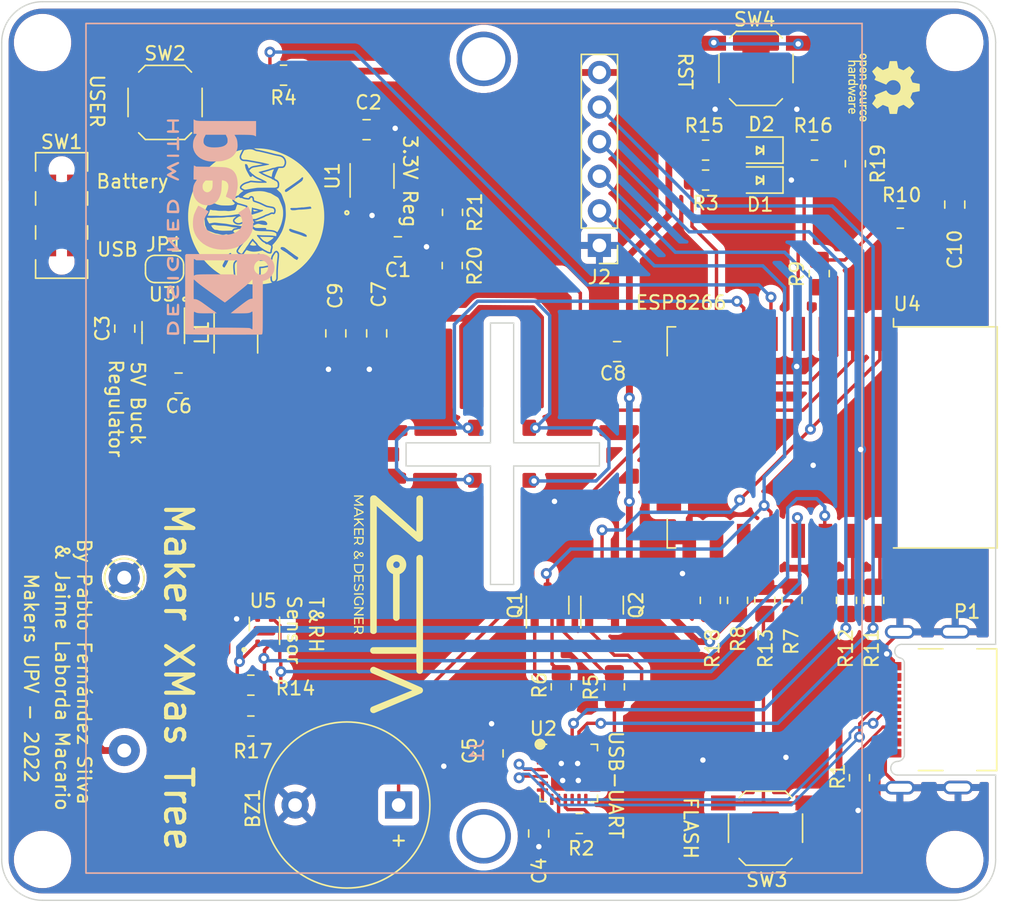
<source format=kicad_pcb>
(kicad_pcb (version 20211014) (generator pcbnew)
  (title_block (comment 4 "AISLER Project ID: BJDXCVPM"))
  (layers (0 "F.Cu" signal) (31 "B.Cu" signal) (34 "B.Paste" user) (35 "F.Paste" user) (36 "B.SilkS" user "B.Silkscreen") (37 "F.SilkS" user "F.Silkscreen") (38 "B.Mask" user) (39 "F.Mask" user) (44 "Edge.Cuts" user))
  (net 0 "")
  (net 1 "+5V")
  (net 2 "GND")
  (net 3 "+3.3V")
  (net 4 "VCC")
  (net 5 "Net-(C4-Pad1)")
  (net 6 "Net-(C6-Pad2)")
  (net 7 "/nRST")
  (net 8 "/GPIO16")
  (net 9 "Net-(D1-Pad2)")
  (net 10 "Net-(P1-PadA5)")
  (net 11 "/D+")
  (net 12 "/D-")
  (net 14 "Net-(Q1-Pad1)")
  (net 15 "Net-(Q1-Pad2)")
  (net 16 "/GPIO0")
  (net 17 "Net-(Q2-Pad1)")
  (net 18 "Net-(Q2-Pad2)")
  (net 19 "Net-(R2-Pad1)")
  (net 20 "Net-(R11-Pad1)")
  (net 21 "/RX")
  (net 22 "Net-(R13-Pad1)")
  (net 23 "/TX")
  (net 24 "/GPIO2")
  (net 25 "/EN")
  (net 26 "Net-(R16-Pad1)")
  (net 27 "Net-(R12-Pad1)")
  (net 28 "/GPIO15")
  (net 29 "/SCL")
  (net 30 "/SDA")
  (net 31 "/DIN")
  (net 33 "/USER_BUTTON")
  (net 34 "Net-(D2-Pad2)")
  (net 48 "/BUZZER")
  (net 53 "Net-(J1-Pad2)")
  (net 54 "VBUS")
  (net 55 "/LED")
  (net 56 "/VBATT")
  (net 57 "Net-(C6-Pad1)")
  (footprint "Capacitor_SMD:C_0805_2012Metric" (layer "F.Cu") (at 132.54 86.36 -90)
    (fp_text reference "C7")
    (fp_text value "10uF")
  )
  (footprint "Resistor_SMD:R_0805_2012Metric_Pad1.20x1.40mm_HandSolder" (layer "F.Cu") (at 138.11 77.47 -90)
    (fp_text reference "R21")
    (fp_text value "10K")
  )
  (footprint "Capacitor_SMD:C_0805_2012Metric" (layer "F.Cu") (at 144.44 123.09 -90)
    (fp_text reference "C4")
    (fp_text value "100nF")
  )
  (footprint "MountingHole:MountingHole_3.2mm_M3_ISO7380" (layer "F.Cu") (at 175 125)
    (fp_text reference "MH3" hide)
    (fp_text value "MountingHole")
  )
  (footprint "LOGO" (layer "F.Cu") (at 133.4 106.25 -90)
    (fp_text reference "G***" hide)
    (fp_text value "LOGO" hide)
  )
  (footprint "LED_SMD:LED_0805_2012Metric" (layer "F.Cu") (at 160.7 72.9 180)
    (fp_text reference "D2")
    (fp_text value "LED_RED")
  )
  (footprint "Capacitor_SMD:C_0805_2012Metric" (layer "F.Cu") (at 114.04 86.01 -90)
    (fp_text reference "C3")
    (fp_text value "10uF")
  )
  (footprint "Capacitor_SMD:C_0805_2012Metric" (layer "F.Cu") (at 141.09 117.21 90)
    (fp_text reference "C5")
    (fp_text value "100nF")
  )
  (footprint "Resistor_SMD:R_0805_2012Metric_Pad1.20x1.40mm_HandSolder" (layer "F.Cu") (at 147.42 122.36 180)
    (fp_text reference "R2")
    (fp_text value "4K7")
  )
  (footprint "Resistor_SMD:R_0805_2012Metric_Pad1.20x1.40mm_HandSolder" (layer "F.Cu") (at 156.7 72.9 180)
    (fp_text reference "R15")
    (fp_text value "330R")
  )
  (footprint "LED_SMD:LED_0805_2012Metric" (layer "F.Cu") (at 160.7 75.1 180)
    (fp_text reference "D1")
    (fp_text value "LED_GREEN")
  )
  (footprint "Capacitor_SMD:C_0805_2012Metric" (layer "F.Cu") (at 129.54 86.36 -90)
    (fp_text reference "C9")
    (fp_text value "10uF")
  )
  (footprint "Resistor_SMD:R_0805_2012Metric_Pad1.20x1.40mm_HandSolder" (layer "F.Cu") (at 168 119 -90)
    (fp_text reference "R1")
    (fp_text value "4K7")
  )
  (footprint "Resistor_SMD:R_0805_2012Metric_Pad1.20x1.40mm_HandSolder" (layer "F.Cu") (at 159.046 105.97 90)
    (fp_text reference "R8")
    (fp_text value "10K")
  )
  (footprint "Library:SW_DPDT_CK_JS202011JCQN" (layer "F.Cu") (at 109.4 77.7 90)
    (fp_text reference "SW1")
    (fp_text value "SW_DPDT_x2")
  )
  (footprint "Jumper:SolderJumper-2_P1.3mm_Open_RoundedPad1.0x1.5mm" (layer "F.Cu") (at 116.96 81.63)
    (fp_text reference "JP1")
    (fp_text value "SolderJumper_2_Open")
  )
  (footprint "Package_TO_SOT_SMD:SOT-23" (layer "F.Cu") (at 145.096 106.32 90)
    (fp_text reference "Q1")
    (fp_text value "S8050")
  )
  (footprint "Inductor_SMD:L_Taiyo-Yuden_MD-3030" (layer "F.Cu") (at 122.2 86.3 90)
    (fp_text reference "L1")
    (fp_text value "4.7uH")
  )
  (footprint "Capacitor_SMD:C_0805_2012Metric" (layer "F.Cu") (at 134.1 80)
    (fp_text reference "C1")
    (fp_text value "10uF")
  )
  (footprint "Resistor_SMD:R_0805_2012Metric_Pad1.20x1.40mm_HandSolder" (layer "F.Cu") (at 123.3 112.2 180)
    (fp_text reference "R14")
    (fp_text value "10K")
  )
  (footprint "MountingHole:MountingHole_3.2mm_M3_ISO7380" (layer "F.Cu") (at 175 65)
    (fp_text reference "MH2" hide)
    (fp_text value "MountingHole")
  )
  (footprint "Resistor_SMD:R_0805_2012Metric_Pad1.20x1.40mm_HandSolder" (layer "F.Cu") (at 157.046 105.97 90)
    (fp_text reference "R18")
    (fp_text value "10K")
  )
  (footprint "Resistor_SMD:R_0805_2012Metric_Pad1.20x1.40mm_HandSolder" (layer "F.Cu") (at 171 77.9)
    (fp_text reference "R10")
    (fp_text value "10K")
  )
  (footprint "Resistor_SMD:R_0805_2012Metric_Pad1.20x1.40mm_HandSolder" (layer "F.Cu") (at 163.046 105.97 90)
    (fp_text reference "R7")
    (fp_text value "10K")
  )
  (footprint "Resistor_SMD:R_0805_2012Metric_Pad1.20x1.40mm_HandSolder" (layer "F.Cu") (at 164.7 72.9 180)
    (fp_text reference "R16")
    (fp_text value "330R")
  )
  (footprint "Resistor_SMD:R_0805_2012Metric_Pad1.20x1.40mm_HandSolder" (layer "F.Cu") (at 146.096 112.32 -90)
    (fp_text reference "R6")
    (fp_text value "10K")
  )
  (footprint "Resistor_SMD:R_0805_2012Metric_Pad1.20x1.40mm_HandSolder" (layer "F.Cu") (at 156.7 75.1 180)
    (fp_text reference "R3")
    (fp_text value "330R")
  )
  (footprint "Resistor_SMD:R_0805_2012Metric_Pad1.20x1.40mm_HandSolder" (layer "F.Cu") (at 138.09 81.38 -90)
    (fp_text reference "R20")
    (fp_text value "1K")
  )
  (footprint "LOGO" (layer "F.Cu") (at 169.8 68.3 -90)
    (fp_text reference "G***" hide)
    (fp_text value "LOGO" hide)
  )
  (footprint "Resistor_SMD:R_0805_2012Metric_Pad1.20x1.40mm_HandSolder" (layer "F.Cu") (at 161.046 105.97 90)
    (fp_text reference "R13")
    (fp_text value "330R")
  )
  (footprint "Sensor_Humidity:Sensirion_DFN-4-1EP_2x2mm_P1mm_EP0.7x1.6mm" (layer "F.Cu") (at 124.3 108.2 90)
    (fp_text reference "U5")
    (fp_text value "SHTC1")
  )
  (footprint "RF_Module:ESP-12E" (layer "F.Cu") (at 166 94 -90)
    (fp_text reference "U4")
    (fp_text value "ESP-12F")
  )
  (footprint "Capacitor_SMD:C_0805_2012Metric" (layer "F.Cu") (at 175 76.9 90)
    (fp_text reference "C10")
    (fp_text value "470pF")
  )
  (footprint "Package_TO_SOT_SMD:SOT-23-5_HandSoldering" (layer "F.Cu") (at 132.2 74.8 90)
    (fp_text reference "U1")
    (fp_text value "NCP115AMX120TCG")
  )
  (footprint "LOGO" (layer "F.Cu") (at 123.69 77.77 -90)
    (fp_text reference "G***" hide)
    (fp_text value "LOGO" hide)
  )
  (footprint "Resistor_SMD:R_0805_2012Metric_Pad1.20x1.40mm_HandSolder" (layer "F.Cu") (at 169.046 105.97 -90)
    (fp_text reference "R11")
    (fp_text value "330R")
  )
  (footprint "Package_DFN_QFN:QFN-24-1EP_4x4mm_P0.5mm_EP2.6x2.6mm" (layer "F.Cu") (at 146.65 118.65)
    (fp_text reference "U2")
    (fp_text value "CP2102N-Axx-xQFN24")
  )
  (footprint "Resistor_SMD:R_0805_2012Metric_Pad1.20x1.40mm_HandSolder" (layer "F.Cu") (at 125.7 67.4 180)
    (fp_text reference "R4")
    (fp_text value "10K")
  )
  (footprint "Resistor_SMD:R_0805_2012Metric_Pad1.20x1.40mm_HandSolder" (layer "F.Cu") (at 123.3 115.2 180)
    (fp_text reference "R17")
    (fp_text value "10K")
  )
  (footprint "Library:USB C Molex" (layer "F.Cu") (at 173 114 90)
    (fp_text reference "P1")
    (fp_text value "USB_C_Plug_USB2.0")
  )
  (footprint "MountingHole:MountingHole_3.2mm_M3_ISO7380" (layer "F.Cu") (at 108 65)
    (fp_text reference "MH4" hide)
    (fp_text value "MountingHole")
  )
  (footprint "Button_Switch_SMD:SW_SPST_SKQG_WithoutStem" (layer "F.Cu") (at 117 69.4)
    (fp_text reference "SW2")
    (fp_text value "SW_Push")
  )
  (footprint "Buzzer_Beeper:Buzzer_12x9.5RM7.6" (layer "F.Cu") (at 134.15 121 180)
    (fp_text reference "BZ1")
    (fp_text value "Buzzer")
  )
  (footprint "Capacitor_SMD:C_0805_2012Metric" (layer "F.Cu") (at 150.2 87.7)
    (fp_text reference "C8")
    (fp_text value "10uF")
  )
  (footprint "Resistor_SMD:R_0805_2012Metric_Pad1.20x1.40mm_HandSolder" (layer "F.Cu") (at 165.046 81.97 -90)
    (fp_text reference "R9")
    (fp_text value "10K")
  )
  (footprint "Connector_PinHeader_2.54mm:PinHeader_1x06_P2.54mm_Vertical" (layer "F.Cu") (at 148.9 79.9 180)
    (fp_text reference "J2")
    (fp_text value "Header 1x06 2.54mm")
  )
  (footprint "Button_Switch_SMD:SW_SPST_SKQG_WithoutStem" (layer "F.Cu") (at 161.1 122.7)
    (fp_text reference "SW3")
    (fp_text value "SW_Push")
  )
  (footprint "Resistor_SMD:R_0805_2012Metric_Pad1.20x1.40mm_HandSolder" (layer "F.Cu") (at 167.7 73.9 -90)
    (fp_text reference "R19")
    (fp_text value "330R")
  )
  (footprint "Resistor_SMD:R_0805_2012Metric_Pad1.20x1.40mm_HandSolder" (layer "F.Cu") (at 167.046 105.97 -90)
    (fp_text reference "R12")
    (fp_text value "330R")
  )
  (footprint "MountingHole:MountingHole_3.2mm_M3_ISO7380" (layer "F.Cu") (at 108 125)
    (fp_text reference "MH1" hide)
    (fp_text value "MountingHole")
  )
  (footprint "Capacitor_SMD:C_0805_2012Metric" (layer "F.Cu") (at 117.99 90.01)
    (fp_text reference "C6")
    (fp_text value "100nF")
  )
  (footprint "Package_TO_SOT_SMD:TSOT-23-6" (layer "F.Cu") (at 116.866 86.3 -90)
    (fp_text reference "U3")
    (fp_text value "AP63205WU")
  )
  (footprint "Capacitor_SMD:C_0805_2012Metric" (layer "F.Cu") (at 131.8 71.4)
    (fp_text reference "C2")
    (fp_text value "10uF")
  )
  (footprint "Resistor_SMD:R_0805_2012Metric_Pad1.20x1.40mm_HandSolder" (layer "F.Cu") (at 150 112.32 -90)
    (fp_text reference "R5")
    (fp_text value "10K")
  )
  (footprint "Button_Switch_SMD:SW_SPST_SKQG_WithoutStem" (layer "F.Cu") (at 160.4 66.9)
    (fp_text reference "SW4")
    (fp_text value "SW_Push")
  )
  (footprint "Package_TO_SOT_SMD:SOT-23" (layer "F.Cu") (at 149.096 106.32 90)
    (fp_text reference "Q2")
    (fp_text value "S8050")
  )
  (footprint "LOGO" (layer "B.Cu") (at 121.04 78.68 90)
    (fp_text reference "G***" hide)
    (fp_text value "LOGO" hide)
  )
  (footprint "Library:Battery" (layer "B.Cu") (at 140.4 117 -90)
    (fp_text reference "J1")
    (fp_text value "Battery")
  )
  (gr_circle (center 144.54 116.54) (end 144.65 116.7) (layer "F.SilkS") (width 0.15) (fill none))
  (gr_line (start 160.45 73.2) (end 160.95 72.9) (layer "F.SilkS") (width 0.15))
  (gr_circle (center 114 104.346556) (end 115.3 104.996556) (layer "F.SilkS") (width 0.15) (fill none))
  (gr_circle (center 118.45 83.85) (end 118.5 83.85) (layer "F.SilkS") (width 0.15) (fill none))
  (gr_circle (center 122.8 109.6) (end 122.85 109.6) (layer "F.SilkS") (width 0.15) (fill none))
  (gr_circle (center 144.54 116.54) (end 144.6 116.6) (layer "F.SilkS") (width 0.15) (fill none))
  (gr_line (start 160.95 75.1) (end 160.45 74.85) (layer "F.SilkS") (width 0.15))
  (gr_circle (center 130.35 77.5) (end 130.4 77.5) (layer "F.SilkS") (width 0.15) (fill none))
  (gr_line (start 160.95 74.8) (end 160.95 75.4) (layer "F.SilkS") (width 0.15))
  (gr_line (start 160.45 74.85) (end 160.45 75.4) (layer "F.SilkS") (width 0.15))
  (gr_circle (center 144.54 116.54) (end 144.75 116.8) (layer "F.SilkS") (width 0.15) (fill none))
  (gr_line (start 160.95 72.6) (end 160.95 73.2) (layer "F.SilkS") (width 0.15))
  (gr_line (start 160.45 72.65) (end 160.45 73.2) (layer "F.SilkS") (width 0.15))
  (gr_line (start 160.95 72.9) (end 160.45 72.65) (layer "F.SilkS") (width 0.15))
  (gr_line (start 160.45 75.4) (end 160.95 75.1) (layer "F.SilkS") (width 0.15))
  (gr_line (start 178 125) (end 178 118.8) (layer "Edge.Cuts") (width 0.1))
  (gr_arc (start 108 128) (mid 105.87868 127.12132) (end 105 125) (layer "Edge.Cuts") (width 0.1))
  (gr_line (start 148.9 96.1) (end 142.6 96.1) (layer "Edge.Cuts") (width 0.1))
  (gr_arc (start 175 62) (mid 177.12132 62.87868) (end 178 65) (layer "Edge.Cuts") (width 0.1))
  (gr_line (start 178 118.8) (end 170.8 118.8) (layer "Edge.Cuts") (width 0.1))
  (gr_line (start 140.9 104.8) (end 140.9 96.1) (layer "Edge.Cuts") (width 0.1))
  (gr_line (start 142.6 104.8) (end 140.9 104.8) (layer "Edge.Cuts") (width 0.1))
  (gr_line (start 140.9 96.1) (end 134.7 96.1) (layer "Edge.Cuts") (width 0.1))
  (gr_arc (start 170.8 118.8) (mid 170.3 118.3) (end 170.8 117.8) (layer "Edge.Cuts") (width 0.1))
  (gr_line (start 140.9 94.4) (end 140.9 85.6) (layer "Edge.Cuts") (width 0.1))
  (gr_line (start 142.6 85.6) (end 142.6 94.4) (layer "Edge.Cuts") (width 0.1))
  (gr_line (start 134.7 96.1) (end 134.7 94.4) (layer "Edge.Cuts") (width 0.1))
  (gr_line (start 134.7 94.4) (end 140.9 94.4) (layer "Edge.Cuts") (width 0.1))
  (gr_arc (start 105 65) (mid 105.87868 62.87868) (end 108 62) (layer "Edge.Cuts") (width 0.1))
  (gr_arc (start 171.3 117.4) (mid 171.112512 117.678141) (end 170.8 117.8) (layer "Edge.Cuts") (width 0.1))
  (gr_line (start 171.3 117.4) (end 171.3 110.6) (layer "Edge.Cuts") (width 0.1))
  (gr_line (start 142.6 96.1) (end 142.6 104.8) (layer "Edge.Cuts") (width 0.1))
  (gr_line (start 140.9 85.6) (end 142.6 85.6) (layer "Edge.Cuts") (width 0.1))
  (gr_line (start 148.9 94.4) (end 148.9 96.1) (layer "Edge.Cuts") (width 0.1))
  (gr_line (start 105 65) (end 105 125) (layer "Edge.Cuts") (width 0.1))
  (gr_line (start 108 128) (end 175 128) (layer "Edge.Cuts") (width 0.1))
  (gr_arc (start 171 110.2) (mid 170.597506 109.654751) (end 171.1 109.2) (layer "Edge.Cuts") (width 0.1))
  (gr_line (start 171.1 109.2) (end 178 109.2) (layer "Edge.Cuts") (width 0.1))
  (gr_line (start 175 62) (end 108 62) (layer "Edge.Cuts") (width 0.1))
  (gr_arc (start 178 125) (mid 177.12132 127.12132) (end 175 128) (layer "Edge.Cuts") (width 0.1))
  (gr_line (start 178 109.2) (end 178 65) (layer "Edge.Cuts") (width 0.1))
  (gr_arc (start 171 110.2) (mid 171.222893 110.34533) (end 171.3 110.6) (layer "Edge.Cuts") (width 0.1))
  (gr_line (start 142.6 94.4) (end 148.9 94.4) (layer "Edge.Cuts") (width 0.1))
  (gr_text "T&RH \nSensor" (at 127.28 108.15 270) (layer "F.SilkS") (effects (font (size 1 1))))
  (gr_text "5V Buck \nRegulator\n" (at 114.19 91.88 270) (layer "F.SilkS") (effects (font (size 1 1))))
  (gr_text "RST" (at 155.2 67.1 270) (layer "F.SilkS") (effects (font (size 1 1))))
  (gr_text "By Pablo Fernández Silva \n& Jaime Laborda Macario\n" (at 110.25 111.6 270) (layer "F.SilkS") (effects (font (size 1 1))))
  (gr_text "FLASH\n" (at 155.6 122.7 270) (layer "F.SilkS") (effects (font (size 1 1))))
  (gr_text "Battery" (at 114.6 75.2) (layer "F.SilkS") (effects (font (size 1 1))))
  (gr_text "3.3V Reg" (at 135 75.2 270) (layer "F.SilkS") (effects (font (size 1 1))))
  (gr_text "USB" (at 113.5 80.2) (layer "F.SilkS") (effects (font (size 1 1))))
  (gr_text "Makers UPV - 2022" (at 107.16 111.69 270) (layer "F.SilkS") (effects (font (size 1 1))))
  (gr_text "USB-UART" (at 150.1 119.52 270) (layer "F.SilkS") (effects (font (size 1 1))))
  (gr_text "ESP8266" (at 154.9 84.1) (layer "F.SilkS") (effects (font (size 1 1))))
  (gr_text "USER" (at 112 69.3 270) (layer "F.SilkS") (effects (font (size 1 1))))
  (gr_text "Maker XMas Tree" (at 117.98 111.61 270) (layer "F.SilkS") (effects (font (size 2 2) (thickness 0.3))))
  (segment (start 133.1 77.8) (end 133.1 79.4) (width 0.5) (layer "F.Cu") (net 1))
  (segment (start 117.816 81.836) (end 117.61 81.63) (width 0.5) (layer "F.Cu") (net 1))
  (segment (start 133.05 76.76) (end 133.1 76.81) (width 0.5) (layer "F.Cu") (net 1))
  (segment (start 117.816 85.1625) (end 117.816 81.836) (width 0.5) (layer "F.Cu") (net 1))
  (segment (start 131.1 85.2) (end 132.33 85.2) (width 0.5) (layer "F.Cu") (net 1))
  (segment (start 132.7 85.25) (end 139.7 85.25) (width 0.5) (layer "F.Cu") (net 1))
  (segment (start 132.5 80) (end 131.25 78.75) (width 0.5) (layer "F.Cu") (net 1))
  (segment (start 133.1 76.81) (end 133.1 77.8) (width 0.5) (layer "F.Cu") (net 1))
  (segment (start 132.33 85.2) (end 132.54 85.41) (width 0.5) (layer "F.Cu") (net 1))
  (segment (start 131.1 82.4) (end 131.1 85.2) (width 0.5) (layer "F.Cu") (net 1))
  (segment (start 117.816 85.1625) (end 122.1625 85.1625) (width 0.5) (layer "F.Cu") (net 1))
  (segment (start 133.15 80) (end 132.5 80) (width 0.5) (layer "F.Cu") (net 1))
  (segment (start 122.1625 85.1625) (end 122.2 85.2) (width 0.5) (layer "F.Cu") (net 1))
  (segment (start 131.25 78.75) (end 131.25 76.15) (width 0.5) (layer "F.Cu") (net 1))
  (segment (start 133.1 79.4) (end 133.05 79.45) (width 0.5) (layer "F.Cu") (net 1))
  (segment (start 131.1 82.4) (end 133.05 80.45) (width 0.5) (layer "F.Cu") (net 1))
  (segment (start 122.2 85.2) (end 131.1 85.2) (width 0.5) (layer "F.Cu") (net 1))
  (segment (start 132.54 85.41) (end 132.7 85.25) (width 0.5) (layer "F.Cu") (net 1))
  (segment (start 139.7 85.25) (end 140.2 84.75) (width 0.5) (layer "F.Cu") (net 1))
  (segment (start 169.9 118.668057) (end 170.964308 119.732365) (width 0.25) (layer "F.Cu") (net 2))
  (segment (start 170.49 110.39) (end 170 109.9) (width 0.25) (layer "F.Cu") (net 2))
  (segment (start 170.49 110.8) (end 170.49 110.39) (width 0.25) (layer "F.Cu") (net 2))
  (segment (start 170 109.9) (end 170 109.249308) (width 0.25) (layer "F.Cu") (net 2))
  (segment (start 145.9 117.9) (end 144.7125 117.9) (width 0.25) (layer "F.Cu") (net 2))
  (segment (start 122.3085 107.275) (end 123.8 107.275) (width 0.25) (layer "F.Cu") (net 2))
  (segment (start 122.254 107.3295) (end 122.3085 107.275) (width 0.25) (layer "F.Cu") (net 2))
  (segment (start 170.1 117.2) (end 169.9 117.4) (width 0.25) (layer "F.Cu") (net 2))
  (segment (start 170 109.249308) (end 170.964308 108.285) (width 0.25) (layer "F.Cu") (net 2))
  (segment (start 146.65 118.65) (end 145.9 117.9) (width 0.25) (layer "F.Cu") (net 2))
  (segment (start 170.49 117.2) (end 170.1 117.2) (width 0.25) (layer "F.Cu") (net 2))
  (segment (start 132.2 77.7) (end 132.2 76.15) (width 0.25) (layer "F.Cu") (net 2))
  (segment (start 169.9 117.4) (end 169.9 118.668057) (width 0.25) (layer "F.Cu") (net 2))
  (via (at 163.39 88.79) (size 0.8) (drill 0.4) (layers "F.Cu" "B.Cu") (net 2))
  (via (at 168.09 94.89) (size 0.8) (drill 0.4) (layers "F.Cu" "B.Cu") (net 2))
  (via (at 155 104) (size 0.8) (drill 0.4) (layers "F.Cu" "B.Cu") (net 2))
  (via (at 140.98 115.03) (size 0.8) (drill 0.4) (layers "F.Cu" "B.Cu") (net 2))
  (via (at 132.2 77.7) (size 0.8) (drill 0.4) (layers "F.Cu" "B.Cu") (net 2))
  (via (at 167.9 121.4) (size 0.8) (drill 0.4) (layers "F.Cu" "B.Cu") (net 2))
  (via (at 157.4 69.9) (size 0.8) (drill 0.4) (layers "F.Cu" "B.Cu") (net 2))
  (via (at 146.2 119.2) (size 0.8) (drill 0.4) (layers "F.Cu" "B.Cu") (net 2))
  (via (at 129 89) (size 0.8) (drill 0.4) (layers "F.Cu" "B.Cu") (net 2))
  (via (at 156.5 117.7) (size 0.8) (drill 0.4) (layers "F.Cu" "B.Cu") (net 2))
  (via (at 170 109.9) (size 0.8) (drill 0.4) (layers "F.Cu" "B.Cu") (net 2))
  (via (at 133.9 71.3) (size 0.8) (drill 0.4) (layers "F.Cu" "B.Cu") (net 2))
  (via (at 163 75.1) (size 0.8) (drill 0.4) (layers "F.Cu" "B.Cu") (net 2))
  (via (at 132 89) (size 0.8) (drill 0.4) (layers "F.Cu" "B.Cu") (net 2))
  (via (at 146.1 117.95) (size 0.8) (drill 0.4) (layers "F.Cu" "B.Cu") (net 2))
  (via (at 145.6 98.7) (size 0.8) (drill 0.4) (layers "F.Cu" "B.Cu") (net 2))
  (via (at 147.35 119.2) (size 0.8) (drill 0.4) (layers "F.Cu" "B.Cu") (net 2))
  (via (at 136.2 80) (size 0.8) (drill 0.4) (layers "F.Cu" "B.Cu") (net 2))
  (via (at 162.6 117.5) (size 0.8) (drill 0.4) (layers "F.Cu" "B.Cu") (net 2))
  (via (at 147.3 117.95) (size 0.8) (drill 0.4) (layers "F.Cu" "B.Cu") (net 2))
  (via (at 137.47 118.15) (size 0.8) (drill 0.4) (layers "F.Cu" "B.Cu") (net 2))
  (via (at 144.45 124.06) (size 0.8) (drill 0.4) (layers "F.Cu" "B.Cu") (net 2))
  (via (at 164.6 96.05) (size 0.8) (drill 0.4) (layers "F.Cu" "B.Cu") (net 2))
  (via (at 163.4 69.9) (size 0.8) (drill 0.4) (layers "F.Cu" "B.Cu") (net 2))
  (via (at 122.254 107.3295) (size 0.8) (drill 0.4) (layers "F.Cu" "B.Cu") (net 2))
  (segment (start 155.5 88.5) (end 155.5 86.4) (width 0.25) (layer "F.Cu") (net 3))
  (segment (start 148.9 67.2) (end 146.2 67.2) (width 0.5) (layer "F.Cu") (net 3))
  (segment (start 155.5 73.1) (end 155.7 72.9) (width 0.5) (layer "F.Cu") (net 3))
  (segment (start 156.1 109) (end 157 109) (width 0.5) (layer "F.Cu") (net 3))
  (segment (start 151.1 104) (end 156.1 109) (width 0.5) (layer "F.Cu") (net 3))
  (segment (start 137.4 70) (end 134.5 67.1) (width 0.5) (layer "F.Cu") (net 3))
  (segment (start 130.8 71.4) (end 130.85 71.4) (width 0.5) (layer "F.Cu") (net 3))
  (segment (start 160.016 106) (end 163 106) (width 0.25) (layer "F.Cu") (net 3))
  (segment (start 122.3 112.2) (end 122.3 115.2) (width 0.25) (layer "F.Cu") (net 3))
  (segment (start 157 109) (end 159.03 106.97) (width 0.25) (layer "F.Cu") (net 3))
  (segment (start 131.25 71.8) (end 130.85 71.4) (width 0.5) (layer "F.Cu") (net 3))
  (segment (start 126.7 67.4) (end 126.8 67.4) (width 0.5) (layer "F.Cu") (net 3))
  (segment (start 148.9 67.2) (end 151.2 67.2) (width 0.5) (layer "F.Cu") (net 3))
  (segment (start 151.1 82.9) (end 151.1 91.1) (width 0.5) (layer "F.Cu") (net 3))
  (segment (start 165.046 80.97) (end 166.325 82.249) (width 0.25) (layer "F.Cu") (net 3))
  (segment (start 154 77.7) (end 151.1 80.6) (width 0.5) (layer "F.Cu") (net 3))
  (segment (start 122.3 110.625) (end 122.3 112.2) (width 0.25) (layer "F.Cu") (net 3))
  (segment (start 126.8 67.4) (end 130.8 71.4) (width 0.5) (layer "F.Cu") (net 3))
  (segment (start 151.1 91.1) (end 151.1 87.9) (width 0.5) (layer "F.Cu") (net 3))
  (segment (start 152.6 86.4) (end 155.5 86.4) (width 0.5) (layer "F.Cu") (net 3))
  (segment (start 166.93 80.97) (end 170 77.9) (width 0.25) (layer "F.Cu") (net 3))
  (segment (start 151.1 87.9) (end 152.6 86.4) (width 0.5) (layer "F.Cu") (net 3))
  (segment (start 123.8 109.125) (end 122.4625 110.4625) (width 0.25) (layer "F.Cu") (net 3))
  (segment (start 157 90) (end 155.5 88.5) (width 0.25) (layer "F.Cu") (net 3))
  (segment (start 159.03 106.97) (end 159.046 106.97) (width 0.25) (layer "F.Cu") (net 3))
  (segment (start 146.2 67.2) (end 143.4 70) (width 0.5) (layer "F.Cu") (net 3))
  (segment (start 154 73.1) (end 154 77.7) (width 0.5) (layer "F.Cu") (net 3))
  (segment (start 143.4 70) (end 137.4 70) (width 0.5) (layer "F.Cu") (net 3))
  (segment (start 165.046 80.97) (end 166.93 80.97) (width 0.25) (layer "F.Cu") (net 3))
  (segment (start 151.1 80.6) (end 151.1 83) (width 0.5) (layer "F.Cu") (net 3))
  (segment (start 166.325 87.975) (end 164.3 90) (width 0.25) (layer "F.Cu") (net 3))
  (segment (start 131.25 73.45) (end 131.25 71.8) (width 0.5) (layer "F.Cu") (net 3))
  (segment (start 166.325 82.249) (end 166.325 87.975) (width 0.25) (layer "F.Cu") (net 3))
  (segment (start 164.3 90) (end 157 90) (width 0.25) (layer "F.Cu") (net 3))
  (segment (start 151.2 67.2) (end 154 70) (width 0.5) (layer "F.Cu") (net 3))
  (segment (start 154 70) (end 154 73.1) (width 0.5) (layer "F.Cu") (net 3))
  (segment (start 163 106) (end 163.046 106.046) (width 0.25) (layer "F.Cu") (net 3))
  (segment (start 159.046 106.97) (end 160.016 106) (width 0.25) (layer "F.Cu") (net 3))
  (segment (start 163.046 106.046) (end 163.046 106.97) (width 0.25) (layer "F.Cu") (net 3))
  (segment (start 151.1 98.7) (end 151.1 104) (width 0.5) (layer "F.Cu") (net 3))
  (segment (start 134.5 67.1) (end 127 67.1) (width 0.5) (layer "F.Cu") (net 3))
  (segment (start 154 73.1) (end 155.5 73.1) (width 0.5) (layer "F.Cu") (net 3))
  (segment (start 122.4625 110.4625) (end 122.3 110.625) (width 0.25) (layer "F.Cu") (net 3))
  (via (at 157 109) (size 0.8) (drill 0.4) (layers "F.Cu" "B.Cu") (net 3))
  (via (at 151.1 91.1) (size 0.8) (drill 0.4) (layers "F.Cu" "B.Cu") (net 3))
  (via (at 151.1 98.7) (size 0.8) (drill 0.4) (layers "F.Cu" "B.Cu") (net 3))
  (via (at 122.4625 110.4625) (size 0.8) (drill 0.4) (layers "F.Cu" "B.Cu") (net 3))
  (segment (start 123.8 108.1) (end 156.1 108.1) (width 0.5) (layer "B.Cu") (net 3))
  (segment (start 151.1 98.7) (end 151.1 91.1) (width 0.5) (layer "B.Cu") (net 3))
  (segment (start 156.1 108.1) (end 157 109) (width 0.5) (layer "B.Cu") (net 3))
  (segment (start 122.4625 109.4375) (end 123.8 108.1) (width 0.5) (layer "B.Cu") (net 3))
  (segment (start 122.4625 110.4625) (end 122.4625 109.4375) (width 0.5) (layer "B.Cu") (net 3))
  (segment (start 116.07 81.39) (end 116.31 81.63) (width 0.25) (layer "F.Cu") (net 4))
  (segment (start 114.1425 85.1625) (end 116.866 85.1625) (width 0.5) (layer "F.Cu") (net 4))
  (segment (start 116.28 81.6) (end 116.31 81.63) (width 0.5) (layer "F.Cu") (net 4))
  (segment (start 108.2 77.7) (end 112 77.7) (width 0.5) (layer "F.Cu") (net 4))
  (segment (start 136.47 74.83) (end 121.35 74.83) (width 0.25) (layer "F.Cu") (net 4))
  (segment (start 114.1 81.6) (end 114.1 85) (width 0.5) (layer "F.Cu") (net 4))
  (segment (start 138.11 76.47) (end 136.47 74.83) (width 0.25) (layer "F.Cu") (net 4))
  (segment (start 121.35 74.83) (end 116.07 80.11) (width 0.25) (layer "F.Cu") (net 4))
  (segment (start 114.1 81.6) (end 116.28 81.6) (width 0.5) (layer "F.Cu") (net 4))
  (segment (start 114.04 85.06) (end 114.1425 85.1625) (width 0.5) (layer "F.Cu") (net 4))
  (segment (start 112 77.7) (end 114.1 79.8) (width 0.5) (layer "F.Cu") (net 4))
  (segment (start 116.07 80.11) (end 116.07 81.39) (width 0.25) (layer "F.Cu") (net 4))
  (segment (start 114.1 85) (end 114.04 85.06) (width 0.5) (layer "F.Cu") (net 4))
  (segment (start 114.1 79.8) (end 114.1 81.6) (width 0.5) (layer "F.Cu") (net 4))
  (segment (start 144.7125 121.8675) (end 144.44 122.14) (width 0.25) (layer "F.Cu") (net 5))
  (segment (start 144.7125 119.9) (end 144.7125 121.8675) (width 0.25) (layer "F.Cu") (net 5))
  (segment (start 144.7125 119.9) (end 144.7125 119.4) (width 0.25) (layer "F.Cu") (net 5))
  (segment (start 119 89.95) (end 118.94 90.01) (width 0.5) (layer "F.Cu") (net 6))
  (segment (start 117.816 87.4375) (end 118.2375 87.4375) (width 0.5) (layer "F.Cu") (net 6))
  (segment (start 118.2375 87.4375) (end 119 88.2) (width 0.5) (layer "F.Cu") (net 6))
  (segment (start 119 88.2) (end 119 89.95) (width 0.5) (layer "F.Cu") (net 6))
  (segment (start 169.5 88.3) (end 169.5 86.4) (width 0.25) (layer "F.Cu") (net 7))
  (segment (start 172 75.2) (end 172 77.9) (width 0.25) (layer "F.Cu") (net 7))
  (segment (start 172 75.2) (end 171.7 74.9) (width 0.25) (layer "F.Cu") (net 7))
  (segment (start 172 83.9) (end 169.5 86.4) (width 0.25) (layer "F.Cu") (net 7))
  (segment (start 164.4 93.4) (end 169.5 88.3) (width 0.25) (layer "F.Cu") (net 7))
  (segment (start 175 77.85) (end 172.05 77.85) (width 0.25) (layer "F.Cu") (net 7))
  (segment (start 159.2 98.6) (end 164.4 93.4) (width 0.25) (layer "F.Cu") (net 7))
  (segment (start 172 83.9) (end 172 77.9) (width 0.25) (layer "F.Cu") (net 7))
  (segment (start 149.096 100.804) (end 149.096 105.3825) (width 0.25) (layer "F.Cu") (net 7))
  (segment (start 172.05 77.85) (end 172 77.9) (width 0.25) (layer "F.Cu") (net 7))
  (segment (start 149.1 100.8) (end 149.096 100.804) (width 0.25) (layer "F.Cu") (net 7))
  (segment (start 171.7 74.9) (end 167.7 74.9) (width 0.25) (layer "F.Cu") (net 7))
  (via (at 159.2 98.6) (size 0.8) (drill 0.4) (layers "F.Cu" "B.Cu") (net 7))
  (via (at 149.1 100.8) (size 0.8) (drill 0.4) (layers "F.Cu" "B.Cu") (net 7))
  (via (at 164.4 93.4) (size 0.8) (drill 0.4) (layers "F.Cu" "B.Cu") (net 7))
  (segment (start 159.2 98.6) (end 159.2 98.8) (width 0.25) (layer "B.Cu") (net 7))
  (segment (start 162.5 80.4) (end 154.48 80.4) (width 0.25) (layer "B.Cu") (net 7))
  (segment (start 158.5 99.5) (end 151.9 99.5) (width 0.25) (layer "B.Cu") (net 7))
  (segment (start 151.9 99.5) (end 150.6 100.8) (width 0.25) (layer "B.Cu") (net 7))
  (segment (start 159.2 98.8) (end 158.5 99.5) (width 0.25) (layer "B.Cu") (net 7))
  (segment (start 150.6 100.8) (end 149.1 100.8) (width 0.25) (layer "B.Cu") (net 7))
  (segment (start 164.4 82.3) (end 162.5 80.4) (width 0.25) (layer "B.Cu") (net 7))
  (segment (start 154.48 80.4) (end 148.9 74.82) (width 0.25) (layer "B.Cu") (net 7))
  (segment (start 164.4 93.4) (end 164.4 82.3) (width 0.25) (layer "B.Cu") (net 7))
  (segment (start 163.5 80.3) (end 163.5 86.4) (width 0.25) (layer "F.Cu") (net 8))
  (segment (start 161.6375 72.9) (end 163.7 72.9) (width 0.25) (layer "F.Cu") (net 8))
  (segment (start 163.9375 79.8625) (end 163.5 80.3) (width 0.25) (layer "F.Cu") (net 8))
  (segment (start 163.9375 79.8625) (end 163.9375 73.1375) (width 0.25) (layer "F.Cu") (net 8))
  (segment (start 163.9375 73.1375) (end 163.7 72.9) (width 0.25) (layer "F.Cu") (net 8))
  (segment (start 157.7 75.1) (end 159.7625 75.1) (width 0.25) (layer "F.Cu") (net 9))
  (segment (start 168 117) (end 168 118) (width 0.25) (layer "F.Cu") (net 10))
  (segment (start 170.49 115.25) (end 170.465 115.275) (width 0.25) (layer "F.Cu") (net 10))
  (segment (start 170.465 115.275) (end 169.725 115.275) (width 0.25) (layer "F.Cu") (net 10))
  (segment (start 169.725 115.275) (end 168 117) (width 0.2) (layer "F.Cu") (net 10))
  (segment (start 169.75 114.25) (end 169 115) (width 0.2) (layer "F.Cu") (net 11))
  (segment (start 143 118) (end 143.4 118.4) (width 0.2) (layer "F.Cu") (net 11))
  (segment (start 170.49 114.25) (end 169.75 114.25) (width 0.2) (layer "F.Cu") (net 11))
  (segment (start 143.4 118.4) (end 144.7125 118.4) (width 0.2) (layer "F.Cu") (net 11))
  (via (at 143 118) (size 0.8) (drill 0.4) (layers "F.Cu" "B.Cu") (net 11))
  (via (at 169 115) (size 0.8) (drill 0.4) (layers "F.Cu" "B.Cu") (net 11))
  (segment (start 167.3 115.71005) (end 167.71005 115.3) (width 0.2) (layer "B.Cu") (net 11))
  (segment (start 143 118) (end 143.325001 118.325001) (width 0.2) (layer "B.Cu") (net 11))
  (segment (start 146.165686 120.6) (end 162.763602 120.6) (width 0.2) (layer "B.Cu") (net 11))
  (segment (start 143.890687 118.325001) (end 146.165686 120.6) (width 0.2) (layer "B.Cu") (net 11))
  (segment (start 167.71005 115.3) (end 168.063602 115.3) (width 0.2) (layer "B.Cu") (net 11))
  (segment (start 168.363602 115) (end 169 115) (width 0.2) (layer "B.Cu") (net 11))
  (segment (start 168.063602 115.3) (end 168.363602 115) (width 0.2) (layer "B.Cu") (net 11))
  (segment (start 162.763602 120.6) (end 167.3 116.063602) (width 0.2) (layer "B.Cu") (net 11))
  (segment (start 167.3 116.063602) (end 167.3 115.71005) (width 0.2) (layer "B.Cu") (net 11))
  (segment (start 143.325001 118.325001) (end 143.890687 118.325001) (width 0.2) (layer "B.Cu") (net 11))
  (segment (start 144.7125 118.9) (end 143.1 118.9) (width 0.2) (layer "F.Cu") (net 12))
  (segment (start 169.26005 113.75) (end 170.49 113.75) (width 0.2) (layer "F.Cu") (net 12))
  (segment (start 168 116) (end 168 115.01005) (width 0.2) (layer "F.Cu") (net 12))
  (segment (start 168 115.01005) (end 169.26005 113.75) (width 0.2) (layer "F.Cu") (net 12))
  (segment (start 143.1 118.9) (end 143 119) (width 0.2) (layer "F.Cu") (net 12))
  (via (at 168 116) (size 0.8) (drill 0.4) (layers "F.Cu" "B.Cu") (net 12))
  (via (at 143 119) (size 0.8) (drill 0.4) (layers "F.Cu" "B.Cu") (net 12))
  (segment (start 143.274999 118.725001) (end 143.725001 118.725001) (width 0.2) (layer "B.Cu") (net 12))
  (segment (start 146 121) (end 163 121) (width 0.2) (layer "B.Cu") (net 12))
  (segment (start 163 121) (end 168 116) (width 0.2) (layer "B.Cu") (net 12))
  (segment (start 143 119) (end 143.274999 118.725001) (width 0.2) (layer "B.Cu") (net 12))
  (segment (start 143.725001 118.725001) (end 146 121) (width 0.2) (layer "B.Cu") (net 12))
  (segment (start 145.9 116.7125) (end 145.9 113.516) (width 0.25) (layer "F.Cu") (net 14))
  (segment (start 145.9 113.516) (end 146.096 113.32) (width 0.25) (layer "F.Cu") (net 14))
  (segment (start 146.096 113.32) (end 144.146 111.37) (width 0.25) (layer "F.Cu") (net 14))
  (segment (start 144.146 111.37) (end 144.146 107.2575) (width 0.25) (layer "F.Cu") (net 14))
  (segment (start 150 111.32) (end 149.32 111.32) (width 0.25) (layer "F.Cu") (net 15))
  (segment (start 146 108) (end 146 107.3035) (width 0.25) (layer "F.Cu") (net 15))
  (segment (start 149.32 111.32) (end 146 108) (width 0.25) (layer "F.Cu") (net 15))
  (segment (start 146 107.3035) (end 146.046 107.2575) (width 0.25) (layer "F.Cu") (net 15))
  (segment (start 145.096 105.3825) (end 145.096 104.096) (width 0.25) (layer "F.Cu") (net 16))
  (segment (start 163.046 104.97) (end 161.046 104.97) (width 0.25) (layer "F.Cu") (net 16))
  (segment (start 161.5 104.516) (end 161.046 104.97) (width 0.25) (layer "F.Cu") (net 16))
  (segment (start 161.5 101.6) (end 161.5 104.516) (width 0.25) (layer "F.Cu") (net 16))
  (segment (start 145.096 104.096) (end 145 104) (width 0.25) (layer "F.Cu") (net 16))
  (segment (start 161 99) (end 161.5 99.5) (width 0.25) (layer "F.Cu") (net 16))
  (segment (start 161.5 99.5) (end 161.5 101.6) (width 0.25) (layer "F.Cu") (net 16))
  (via (at 161 99) (size 0.8) (drill 0.4) (layers "F.Cu" "B.Cu") (net 16))
  (via (at 145 104) (size 0.8) (drill 0.4) (layers "F.Cu" "B.Cu") (net 16))
  (segment (start 162.5 83) (end 162.5 95.4) (width 0.25) (layer "B.Cu") (net 16))
  (segment (start 162.5 95.4) (end 161 96.9) (width 0.25) (layer "B.Cu") (net 16))
  (segment (start 161 99) (end 157.8 102.2) (width 0.25) (layer "B.Cu") (net 16))
  (segment (start 148.9 77.36) (end 152.94 81.4) (width 0.25) (layer "B.Cu") (net 16))
  (segment (start 146.8 102.2) (end 145 104) (width 0.25) (layer "B.Cu") (net 16))
  (segment (start 157.8 102.2) (end 146.8 102.2) (width 0.25) (layer "B.Cu") (net 16))
  (segment (start 152.94 81.4) (end 160.9 81.4) (width 0.25) (layer "B.Cu") (net 16))
  (segment (start 161 96.9) (end 161 99) (width 0.25) (layer "B.Cu") (net 16))
  (segment (start 160.9 81.4) (end 162.5 83) (width 0.25) (layer "B.Cu") (net 16))
  (segment (start 149.2875 116.7125) (end 147.9 116.7125) (width 0.25) (layer "F.Cu") (net 17))
  (segment (start 150 110) (end 151 110) (width 0.25) (layer "F.Cu") (net 17))
  (segment (start 150 113.32) (end 150 116) (width 0.25) (layer "F.Cu") (net 17))
  (segment (start 152 111) (end 152 112) (width 0.25) (layer "F.Cu") (net 17))
  (segment (start 150.68 113.32) (end 150 113.32) (width 0.25) (layer "F.Cu") (net 17))
  (segment (start 150 116) (end 149.2875 116.7125) (width 0.25) (layer "F.Cu") (net 17))
  (segment (start 148.146 108.146) (end 150 110) (width 0.25) (layer "F.Cu") (net 17))
  (segment (start 148.146 107.2575) (end 148.146 108.146) (width 0.25) (layer "F.Cu") (net 17))
  (segment (start 151 110) (end 152 111) (width 0.25) (layer "F.Cu") (net 17))
  (segment (start 152 112) (end 150.68 113.32) (width 0.25) (layer "F.Cu") (net 17))
  (segment (start 145.699249 106.195) (end 148.499249 106.195) (width 0.25) (layer "F.Cu") (net 18))
  (segment (start 148.499249 106.195) (end 149.561749 107.2575) (width 0.25) (layer "F.Cu") (net 18))
  (segment (start 146.096 111.32) (end 145.421 110.645) (width 0.25) (layer "F.Cu") (net 18))
  (segment (start 145.421 110.645) (end 145.421 106.473249) (width 0.25) (layer "F.Cu") (net 18))
  (segment (start 149.561749 107.2575) (end 150.046 107.2575) (width 0.25) (layer "F.Cu") (net 18))
  (segment (start 145.421 106.473249) (end 145.699249 106.195) (width 0.25) (layer "F.Cu") (net 18))
  (segment (start 148.42 121.97) (end 148.42 122.36) (width 0.25) (layer "F.Cu") (net 19))
  (segment (start 146.4 120.5875) (end 146.4 121.17) (width 0.25) (layer "F.Cu") (net 19))
  (segment (start 146.565 121.335) (end 147.785 121.335) (width 0.25) (layer "F.Cu") (net 19))
  (segment (start 146.4 121.17) (end 146.565 121.335) (width 0.25) (layer "F.Cu") (net 19))
  (segment (start 147.785 121.335) (end 148.42 121.97) (width 0.25) (layer "F.Cu") (net 19))
  (segment (start 169.5 104.516) (end 169.046 104.97) (width 0.25) (layer "F.Cu") (net 20))
  (segment (start 169.5 101.6) (end 169.5 104.516) (width 0.25) (layer "F.Cu") (net 20))
  (segment (start 147.4 116.7125) (end 147.4 115.625305) (width 0.25) (layer "F.Cu") (net 21))
  (segment (start 169 107.016) (end 169.046 106.97) (width 0.25) (layer "F.Cu") (net 21))
  (segment (start 148.025305 115) (end 149 115) (width 0.25) (layer "F.Cu") (net 21))
  (segment (start 169 108) (end 169 107.016) (width 0.25) (layer "F.Cu") (net 21))
  (segment (start 147.4 115.625305) (end 148.025305 115) (width 0.25) (layer "F.Cu") (net 21))
  (via (at 149 115) (size 0.8) (drill 0.4) (layers "F.Cu" "B.Cu") (net 21))
  (via (at 169 108) (size 0.8) (drill 0.4) (layers "F.Cu" "B.Cu") (net 21))
  (segment (start 162 115) (end 169 108) (width 0.25) (layer "B.Cu") (net 21))
  (segment (start 169 80) (end 169 108) (width 0.25) (layer "B.Cu") (net 21))
  (segment (start 156.16 77) (end 166 77) (width 0.25) (layer "B.Cu") (net 21))
  (segment (start 149 115) (end 162 115) (width 0.25) (layer "B.Cu") (net 21))
  (segment (start 166 77) (end 169 80) (width 0.25) (layer "B.Cu") (net 21))
  (segment (start 148.9 69.74) (end 156.16 77) (width 0.25) (layer "B.Cu") (net 21))
  (segment (start 160.946 120.746) (end 161.046 120.846) (width 0.25) (layer "F.Cu") (net 22))
  (segment (start 159.542 120.85) (end 158 120.85) (width 0.25) (layer "F.Cu") (net 22))
  (segment (start 159.546 120.846) (end 161.046 120.846) (width 0.25) (layer "F.Cu") (net 22))
  (segment (start 164.196 120.846) (end 164.2 120.85) (width 0.25) (layer "F.Cu") (net 22))
  (segment (start 159.546 120.846) (end 159.542 120.85) (width 0.25) (layer "F.Cu") (net 22))
  (segment (start 160.946 107.07) (end 160.946 120.746) (width 0.25) (layer "F.Cu") (net 22))
  (segment (start 161.046 120.846) (end 164.196 120.846) (width 0.25) (layer "F.Cu") (net 22))
  (segment (start 161.046 106.97) (end 160.946 107.07) (width 0.25) (layer "F.Cu") (net 22))
  (segment (start 146.9 116.7125) (end 146.9 115.1) (width 0.25) (layer "F.Cu") (net 23))
  (segment (start 167 108) (end 167 107.016) (width 0.25) (layer "F.Cu") (net 23))
  (segment (start 146.9 115.1) (end 147 115) (width 0.25) (layer "F.Cu") (net 23))
  (segment (start 167 107.016) (end 167.046 106.97) (width 0.25) (layer "F.Cu") (net 23))
  (via (at 167 108) (size 0.8) (drill 0.4) (layers "F.Cu" "B.Cu") (net 23))
  (via (at 147 115) (size 0.8) (drill 0.4) (layers "F.Cu" "B.Cu") (net 23))
  (segment (start 154 77.38) (end 154 77.4) (width 0.25) (layer "B.Cu") (net 23))
  (segment (start 148.9 72.28) (end 154 77.38) (width 0.25) (layer "B.Cu") (net 23))
  (segment (start 154 77.4) (end 155.5 78.9) (width 0.25) (layer "B.Cu") (net 23))
  (segment (start 167 81.6) (end 167 108) (width 0.25) (layer "B.Cu") (net 23))
  (segment (start 161 114) (end 148 114) (width 0.25) (layer "B.Cu") (net 23))
  (segment (start 155.5 78.9) (end 164.3 78.9) (width 0.25) (layer "B.Cu") (net 23))
  (segment (start 164.3 78.9) (end 167 81.6) (width 0.25) (layer "B.Cu") (net 23))
  (segment (start 148 114) (end 147 115) (width 0.25) (layer "B.Cu") (net 23))
  (segment (start 167 108) (end 161 114) (width 0.25) (layer "B.Cu") (net 23))
  (segment (start 159.5 103.516) (end 159.046 103.97) (width 0.25) (layer "F.Cu") (net 24))
  (segment (start 159.5 101.6) (end 159.5 103.516) (width 0.25) (layer "F.Cu") (net 24))
  (segment (start 159.046 103.97) (end 159.046 104.97) (width 0.25) (layer "F.Cu") (net 24))
  (segment (start 165.5 83.424) (end 165.5 86.4) (width 0.25) (layer "F.Cu") (net 25))
  (segment (start 165.046 82.97) (end 165.5 83.424) (width 0.25) (layer "F.Cu") (net 25))
  (segment (start 167.7 72.9) (end 165.7 72.9) (width 0.25) (layer "F.Cu") (net 26))
  (segment (start 163.5 65.05) (end 164.95 65.05) (width 0.25) (layer "F.Cu") (net 26))
  (segment (start 164.95 65.05) (end 165.9 66) (width 0.25) (layer "F.Cu") (net 26))
  (segment (start 165.9 66) (end 165.9 72.7) (width 0.25) (layer "F.Cu") (net 26))
  (segment (start 163.5 65.05) (end 163.5 65.1) (width 0.25) (layer "F.Cu") (net 26))
  (segment (start 165.9 72.7) (end 165.7 72.9) (width 0.25) (layer "F.Cu") (net 26))
  (via (at 163.5 65.1) (size 0.8) (drill 0.4) (layers "F.Cu" "B.Cu") (net 26))
  (via (at 157.3 65) (size 0.8) (drill 0.4) (layers "F.Cu" "B.Cu") (net 26))
  (segment (start 157.4 65.1) (end 157.3 65) (width 0.25) (layer "B.Cu") (net 26))
  (segment (start 163.5 65.1) (end 157.4 65.1) (width 0.25) (layer "B.Cu") (net 26))
  (segment (start 167.5 104.516) (end 167.046 104.97) (width 0.25) (layer "F.Cu") (net 27))
  (segment (start 167.5 101.6) (end 167.5 104.516) (width 0.25) (layer "F.Cu") (net 27))
  (segment (start 157.5 101.6) (end 157.5 104.516) (width 0.25) (layer "F.Cu") (net 28))
  (segment (start 157.5 104.516) (end 157.046 104.97) (width 0.25) (layer "F.Cu") (net 28))
  (segment (start 165.45 99.75) (end 165.45 101.55) (width 0.25) (layer "F.Cu") (net 29))
  (segment (start 165.45 101.55) (end 165.5 101.6) (width 0.25) (layer "F.Cu") (net 29))
  (segment (start 124.3 109.625) (end 124.3 112.2) (width 0.25) (layer "F.Cu") (net 29))
  (segment (start 124.8 109.125) (end 124.3 109.625) (width 0.25) (layer "F.Cu") (net 29))
  (via (at 165.45 99.75) (size 0.8) (drill 0.4) (layers "F.Cu" "B.Cu") (net 29))
  (via (at 124.254 110.23) (size 0.8) (drill 0.4) (layers "F.Cu" "B.Cu") (net 29))
  (segment (start 162.721991 99.178009) (end 163.4 98.5) (width 0.25) (layer "B.Cu") (net 29))
  (segment (start 156.625305 110.4) (end 157.725 109.300305) (width 0.25) (layer "B.Cu") (net 29))
  (segment (start 157.725 109.300305) (end 157.725 109.275) (width 0.25) (layer "B.Cu") (net 29))
  (segment (start 124.424 110.4) (end 156.625305 110.4) (width 0.25) (layer "B.Cu") (net 29))
  (segment (start 124.254 110.23) (end 124.424 110.4) (width 0.25) (layer "B.Cu") (net 29))
  (segment (start 162.721991 104.278009) (end 162.721991 99.178009) (width 0.25) (layer "B.Cu") (net 29))
  (segment (start 163.4 98.5) (end 164.85 98.5) (width 0.25) (layer "B.Cu") (net 29))
  (segment (start 164.85 98.5) (end 165.45 99.1) (width 0.25) (layer "B.Cu") (net 29))
  (segment (start 165.45 99.1) (end 165.45 99.75) (width 0.25) (layer "B.Cu") (net 29))
  (segment (start 157.725 109.275) (end 162.721991 104.278009) (width 0.25) (layer "B.Cu") (net 29))
  (segment (start 125.425 107.817893) (end 125.425 110.375) (width 0.25) (layer "F.Cu") (net 30))
  (segment (start 124.882107 107.275) (end 125.425 107.817893) (width 0.25) (layer "F.Cu") (net 30))
  (segment (start 125.425 110.375) (end 125.5 110.45) (width 0.25) (layer "F.Cu") (net 30))
  (segment (start 124.8 107.275) (end 124.882107 107.275) (width 0.25) (layer "F.Cu") (net 30))
  (segment (start 125.5 114) (end 124.3 115.2) (width 0.25) (layer "F.Cu") (net 30))
  (segment (start 125.5 110.45) (end 125.5 114) (width 0.25) (layer "F.Cu") (net 30))
  (segment (start 163.446991 101.546991) (end 163.5 101.6) (width 0.25) (layer "F.Cu") (net 30))
  (segment (start 163.446991 99.893982) (end 163.446991 101.546991) (width 0.25) (layer "F.Cu") (net 30))
  (via (at 125.5 111.2) (size 0.8) (drill 0.4) (layers "F.Cu" "B.Cu") (net 30))
  (via (at 163.446991 99.893982) (size 0.8) (drill 0.4) (layers "F.Cu" "B.Cu") (net 30))
  (segment (start 163.6 104.15) (end 163.65 104.1) (width 0.25) (layer "B.Cu") (net 30))
  (segment (start 163.6 104.15) (end 163.6 100.046991) (width 0.25) (layer "B.Cu") (net 30))
  (segment (start 125.5 111.2) (end 157.1 111.2) (width 0.25) (layer "B.Cu") (net 30))
  (segment (start 163.6 104.7) (end 163.6 104.15) (width 0.25) (layer "B.Cu") (net 30))
  (segment (start 163.6 100.046991) (end 163.446991 99.893982) (width 0.25) (layer "B.Cu") (net 30))
  (segment (start 157.1 111.2) (end 163.6 104.7) (width 0.25) (layer "B.Cu") (net 30))
  (segment (start 159.5 84.5) (end 159.5 86.4) (width 0.25) (layer "F.Cu") (net 31))
  (segment (start 159 84) (end 159.5 84.5) (width 0.25) (layer "F.Cu") (net 31))
  (via (at 159 84) (size 0.8) (drill 0.4) (layers "F.Cu" "B.Cu") (net 31))
  (via (at 144.1 97.2) (size 0.8) (drill 0.4) (layers "F.Cu" "B.Cu") (net 31))
  (via (at 144.2 93.3) (size 0.8) (drill 0.4) (layers "F.Cu" "B.Cu") (net 31))
  (via (at 139.25 93.3) (size 0.8) (drill 0.4) (layers "F.Cu" "B.Cu") (net 31))
  (via (at 139.3 97.1) (size 0.8) (drill 0.4) (layers "F.Cu" "B.Cu") (net 31))
  (segment (start 148.65 97.2) (end 144.1 97.2) (width 0.25) (layer "B.Cu") (net 31))
  (segment (start 134 96.3) (end 134 94.2) (width 0.25) (layer "B.Cu") (net 31))
  (segment (start 139.3 97.1) (end 134.8 97.1) (width 0.25) (layer "B.Cu") (net 31))
  (segment (start 139.25 93.3) (end 138.85 93.3) (width 0.25) (layer "B.Cu") (net 31))
  (segment (start 144.2 84) (end 159 84) (width 0.25) (layer "B.Cu") (net 31))
  (segment (start 138.25 85.7) (end 139.95 84) (width 0.25) (layer "B.Cu") (net 31))
  (segment (start 149.6 96.25) (end 148.65 97.2) (width 0.25) (layer "B.Cu") (net 31))
  (segment (start 134.9 93.3) (end 139.25 93.3) (width 0.25) (layer "B.Cu") (net 31))
  (segment (start 145.25 92.25) (end 145.25 85.05) (width 0.25) (layer "B.Cu") (net 31))
  (segment (start 144.2 93.3) (end 145.25 92.25) (width 0.25) (layer "B.Cu") (net 31))
  (segment (start 134.8 97.1) (end 134 96.3) (width 0.25) (layer "B.Cu") (net 31))
  (segment (start 144.2 93.3) (end 148.7 93.3) (width 0.25) (layer "B.Cu") (net 31))
  (segment (start 149.6 94.2) (end 149.6 96.25) (width 0.25) (layer "B.Cu") (net 31))
  (segment (start 145.25 85.05) (end 144.2 84) (width 0.25) (layer "B.Cu") (net 31))
  (segment (start 148.7 93.3) (end 149.6 94.2) (width 0.25) (layer "B.Cu") (net 31))
  (segment (start 138.25 92.65) (end 138.25 85.7) (width 0.25) (layer "B.Cu") (net 31))
  (segment (start 139.95 84) (end 144.2 84) (width 0.25) (layer "B.Cu") (net 31))
  (segment (start 134 94.2) (end 134.9 93.3) (width 0.25) (layer "B.Cu") (net 31))
  (segment (start 138.85 93.3) (end 138.25 92.7) (width 0.25) (layer "B.Cu") (net 31))
  (segment (start 124.7 67.4) (end 124.7 65.7) (width 0.25) (layer "F.Cu") (net 33))
  (segment (start 114 67.45) (end 124.65 67.45) (width 0.25) (layer "F.Cu") (net 33))
  (segment (start 113.9 67.55) (end 114 67.45) (width 0.25) (layer "F.Cu") (net 33))
  (segment (start 161.5 83.7) (end 161.5 86.4) (width 0.25) (layer "F.Cu") (net 33))
  (segment (start 124.65 67.45) (end 124.7 67.4) (width 0.25) (layer "F.Cu") (net 33))
  (via (at 124.7 65.7) (size 0.8) (drill 0.4) (layers "F.Cu" "B.Cu") (net 33))
  (via (at 161.5 83.7) (size 0.8) (drill 0.4) (layers "F.Cu" "B.Cu") (net 33))
  (segment (start 160.6 82.8) (end 148 82.8) (width 0.25) (layer "B.Cu") (net 33))
  (segment (start 148 82.8) (end 130.9 65.7) (width 0.25) (layer "B.Cu") (net 33))
  (segment (start 161.5 83.7) (end 160.6 82.8) (width 0.25) (layer "B.Cu") (net 33))
  (segment (start 130.9 65.7) (end 124.7 65.7) (width 0.25) (layer "B.Cu") (net 33))
  (segment (start 159.7625 72.9) (end 157.7 72.9) (width 0.25) (layer "F.Cu") (net 34))
  (segment (start 134.15 114.6) (end 134.15 121) (width 0.25) (layer "F.Cu") (net 48))
  (segment (start 144 104.75) (end 134.15 114.6) (width 0.25) (layer "F.Cu") (net 48))
  (segment (start 144 102.4) (end 144 104.75) (width 0.25) (layer "F.Cu") (net 48))
  (segment (start 154 93) (end 153.4 93) (width 0.25) (layer "F.Cu") (net 48))
  (segment (start 153.4 93) (end 144 102.4) (width 0.25) (layer "F.Cu") (net 48))
  (segment (start 107.8 112.34) (end 112.46 117) (width 0.5) (layer "F.Cu") (net 53))
  (segment (start 106.1 83.2) (end 107.8 84.9) (width 0.5) (layer "F.Cu") (net 53))
  (segment (start 108.2 75.2) (end 106.8 75.2) (width 0.5) (layer "F.Cu") (net 53))
  (segment (start 108.53 75.53) (end 108.2 75.2) (width 0.5) (layer "F.Cu") (net 53))
  (segment (start 110.6 75.2) (end 110.27 75.53) (width 0.5) (layer "F.Cu") (net 53))
  (segment (start 107.8 84.9) (end 107.8 112.34) (width 0.5) (layer "F.Cu") (net 53))
  (segment (start 106.1 75.9) (end 106.1 83.2) (width 0.5) (layer "F.Cu") (net 53))
  (segment (start 112.46 117) (end 114 117) (width 0.5) (layer "F.Cu") (net 53))
  (segment (start 110.27 75.53) (end 108.53 75.53) (width 0.5) (layer "F.Cu") (net 53))
  (segment (start 106.8 75.2) (end 106.1 75.9) (width 0.5) (layer "F.Cu") (net 53))
  (segment (start 137.27 120.56) (end 139.73 118.1) (width 0.5) (layer "F.Cu") (net 54))
  (segment (start 146.48 126.2) (end 137.27 126.2) (width 0.5) (layer "F.Cu") (net 54))
  (segment (start 145.9 120.5875) (end 145.4 120.5875) (width 0.25) (layer "F.Cu") (net 54))
  (segment (start 146.48 122.42) (end 146.42 122.36) (width 0.5) (layer "F.Cu") (net 54))
  (segment (start 169.3 122.5) (end 169.3 116.7) (width 0.5) (layer "F.Cu") (net 54))
  (segment (start 145.9 121.84) (end 146.42 122.36) (width 0.25) (layer "F.Cu") (net 54))
  (segment (start 108.2 80.2) (end 108.57 79.83) (width 0.5) (layer "F.Cu") (net 54))
  (segment (start 168.8 111.6) (end 170.49 111.6) (width 0.5) (layer "F.Cu") (net 54))
  (segment (start 169.6 116.4) (end 170.49 116.4) (width 0.5) (layer "F.Cu") (net 54))
  (segment (start 110.6 91.9) (end 110.6 80.2) (width 0.5) (layer "F.Cu") (net 54))
  (segment (start 110.23 79.83) (end 110.6 80.2) (width 0.5) (layer "F.Cu") (net 54))
  (segment (start 165.6 126.2) (end 166.5 125.3) (width 0.5) (layer "F.Cu") (net 54))
  (segment (start 118.8 124.6) (end 118.8 100.1) (width 0.5) (layer "F.Cu") (net 54))
  (segment (start 166.5 125.3) (end 169.3 122.5) (width 0.5) (layer "F.Cu") (net 54))
  (segment (start 139.73 118.1) (end 141.03 118.1) (width 0.5) (layer "F.Cu") (net 54))
  (segment (start 137.27 126.2) (end 120.4 126.2) (width 0.5) (layer "F.Cu") (net 54))
  (segment (start 120.4 126.2) (end 118.8 124.6) (width 0.5) (layer "F.Cu") (net 54))
  (segment (start 145.9 120.5875) (end 145.9 121.84) (width 0.25) (layer "F.Cu") (net 54))
  (segment (start 118.8 100.1) (end 110.6 91.9) (width 0.5) (layer "F.Cu") (net 54))
  (segment (start 166.5 113.9) (end 168.8 111.6) (width 0.5) (layer "F.Cu") (net 54))
  (segment (start 146.48 126.2) (end 165.6 126.2) (width 0.5) (layer "F.Cu") (net 54))
  (segment (start 169.3 116.7) (end 169.6 116.4) (width 0.5) (layer "F.Cu") (net 54))
  (segment (start 137.27 126.2) (end 137.27 120.56) (width 0.5) (layer "F.Cu") (net 54))
  (segment (start 108.57 79.83) (end 110.23 79.83) (width 0.5) (layer "F.Cu") (net 54))
  (segment (start 166.5 125.3) (end 166.5 113.9) (width 0.5) (layer "F.Cu") (net 54))
  (segment (start 141.03 118.1) (end 141.09 118.16) (width 0.5) (layer "F.Cu") (net 54))
  (segment (start 146.48 126.2) (end 146.48 122.42) (width 0.5) (layer "F.Cu") (net 54))
  (segment (start 155.7 78.5) (end 157.5 80.3) (width 0.25) (layer "F.Cu") (net 55))
  (segment (start 155.7 75.1) (end 155.7 78.5) (width 0.25) (layer "F.Cu") (net 55))
  (segment (start 157.5 80.3) (end 157.5 86.4) (width 0.25) (layer "F.Cu") (net 55))
  (segment (start 138.11 80.36) (end 138.09 80.38) (width 0.25) (layer "F.Cu") (net 56))
  (segment (start 167.5 88.35) (end 163.85 92) (width 0.25) (layer "F.Cu") (net 56))
  (segment (start 167.5 86.4) (end 167.5 88.35) (width 0.25) (layer "F.Cu") (net 56))
  (segment (start 148.96 92) (end 147.5 90.54) (width 0.25) (layer "F.Cu") (net 56))
  (segment (start 147.5 90.13) (end 147.5 83.41) (width 0.25) (layer "F.Cu") (net 56))
  (segment (start 147.5 90.55) (end 147.5 89.34) (width 0.25) (layer "F.Cu") (net 56))
  (segment (start 146.1 82.01) (end 139.72 82.01) (width 0.25) (layer "F.Cu") (net 56))
  (segment (start 147.5 90.55) (end 147.5 90.13) (width 0.25) (layer "F.Cu") (net 56))
  (segment (start 147.5 83.41) (end 146.1 82.01) (width 0.25) (layer "F.Cu") (net 56))
  (segment (start 138.11 78.47) (end 138.11 80.36) (width 0.25) (layer "F.Cu") (net 56))
  (segment (start 163.85 92) (end 148.96 92) (width 0.25) (layer "F.Cu") (net 56))
  (segment (start 139.72 82.01) (end 138.09 80.38) (width 0.25) (layer "F.Cu") (net 56))
  (segment (start 117.04 91.44) (end 117.6 92) (width 0.5) (layer "F.Cu") (net 57))
  (segment (start 116.866 87.4375) (end 116.866 89.836) (width 0.5) (layer "F.Cu") (net 57))
  (segment (start 116.866 89.836) (end 117.04 90.01) (width 0.5) (layer "F.Cu") (net 57))
  (segment (start 122.2 90.2) (end 122.2 87.4) (width 0.5) (layer "F.Cu") (net 57))
  (segment (start 120.4 92) (end 122.2 90.2) (width 0.5) (layer "F.Cu") (net 57))
  (segment (start 117.04 90.01) (end 117.04 91.44) (width 0.5) (layer "F.Cu") (net 57))
  (segment (start 117.6 92) (end 120.4 92) (width 0.5) (layer "F.Cu") (net 57))
  (zone (net 31) (net_name "/DIN") (layer "F.Cu") (priority 1) (connect_pads yes (clearance 0.508)) (min_thickness 0.254) (fill yes (thermal_gap 0.508) (thermal_bridge_width 0.508) (island_removal_mode 1) (island_area_min 0))
    (polygon (pts (xy 144.25 97.7) (xy 143.25 97.7) (xy 143.25 96.1) (xy 144.25 96.1)))
  )
  (zone (net 2) (net_name "GND") (layer "F.Cu") (priority 1) (connect_pads yes (clearance 0.508)) (min_thickness 0.254) (fill yes (thermal_gap 0.508) (thermal_bridge_width 0.508) (island_removal_mode 1) (island_area_min 0))
    (polygon (pts (xy 144.25 100.7) (xy 143.25 100.7) (xy 143.25 98.7) (xy 144.25 98.7)))
  )
  (zone (net 31) (net_name "/DIN") (layer "F.Cu") (priority 1) (connect_pads yes (clearance 0.508)) (min_thickness 0.254) (fill yes (thermal_gap 0.508) (thermal_bridge_width 0.508) (island_removal_mode 1) (island_area_min 0))
    (polygon (pts (xy 140.25 97.7) (xy 139.25 97.7) (xy 139.25 96.2) (xy 140.25 96.2)))
  )
  (zone (net 0) (net_name "") (layer "F.Cu") (priority 1) (connect_pads yes (clearance 0.508)) (min_thickness 0.254) (fill yes (thermal_gap 0.508) (thermal_bridge_width 0.508) (island_removal_mode 1) (island_area_min 0))
    (polygon (pts (xy 134.7 96.3) (xy 134.7 97.4) (xy 131.8 97.4) (xy 131.8 96.3)))
  )
  (zone (net 2) (net_name "GND") (layer "F.Cu") (priority 1) (connect_pads yes (clearance 0.508)) (min_thickness 0.254) (fill yes (thermal_gap 0.508) (thermal_bridge_width 0.508) (island_removal_mode 1) (island_area_min 0))
    (polygon (pts (xy 140.25 103.7) (xy 139.25 103.7) (xy 139.25 101.7) (xy 140.25 101.7)))
  )
  (zone (net 31) (net_name "/DIN") (layer "F.Cu") (priority 1) (connect_pads yes (clearance 0.508)) (min_thickness 0.254) (fill yes (thermal_gap 0.508) (thermal_bridge_width 0.508) (island_removal_mode 1) (island_area_min 0))
    (polygon (pts (xy 144.25 94.3) (xy 143.25 94.3) (xy 143.25 92.7) (xy 144.25 92.7)))
  )
  (zone (net 1) (net_name "+5V") (layer "F.Cu") (priority 1) (connect_pads yes (clearance 0.508)) (min_thickness 0.254) (fill yes (thermal_gap 0.508) (thermal_bridge_width 0.508) (island_removal_mode 1) (island_area_min 0))
    (polygon (pts (xy 144.25 88.7) (xy 143.25 88.7) (xy 143.25 86.7) (xy 144.25 86.7)))
  )
  (zone (net 31) (net_name "/DIN") (layer "F.Cu") (priority 1) (connect_pads yes (clearance 0.508)) (min_thickness 0.254) (fill yes (thermal_gap 0.508) (thermal_bridge_width 0.508) (island_removal_mode 1) (island_area_min 0))
    (polygon (pts (xy 140.25 94.3) (xy 139.25 94.3) (xy 139.25 92.7) (xy 140.25 92.7)))
  )
  (zone (net 1) (net_name "+5V") (layer "F.Cu") (priority 1) (connect_pads yes (clearance 0.508)) (min_thickness 0.254) (fill yes (thermal_gap 0.508) (thermal_bridge_width 0.508) (island_removal_mode 1) (island_area_min 0))
    (polygon (pts (xy 144.25 91.7) (xy 143.25 91.7) (xy 143.25 89.7) (xy 144.25 89.7)))
  )
  (zone (net 0) (net_name "") (layer "F.Cu") (priority 1) (connect_pads yes (clearance 0.508)) (min_thickness 0.254) (fill yes (thermal_gap 0.508) (thermal_bridge_width 0.508) (island_removal_mode 1) (island_area_min 0))
    (polygon (pts (xy 151.8 96.3) (xy 151.8 97.4) (xy 148.9 97.4) (xy 148.9 96.3)))
  )
  (zone (net 2) (net_name "GND") (layer "F.Cu") (priority 1) (connect_pads yes (clearance 0.508)) (min_thickness 0.254) (fill yes (thermal_gap 0.508) (thermal_bridge_width 0.508) (island_removal_mode 1) (island_area_min 0))
    (polygon (pts (xy 140.25 100.7) (xy 139.25 100.7) (xy 139.25 98.7) (xy 140.25 98.7)))
  )
  (zone (net 2) (net_name "GND") (layers F&B.Cu) (connect_pads (clearance 0.508)) (min_thickness 0.254) (fill yes (thermal_gap 0.508) (thermal_bridge_width 0.508) (island_removal_mode 1) (island_area_min 0))
    (polygon (pts (xy 178 128) (xy 105 128) (xy 105 62) (xy 178 62)))
  )
  (zone (net 2) (net_name "GND") (layer "F.Cu") (priority 1) (connect_pads yes (clearance 0.508)) (min_thickness 0.254) (fill yes (thermal_gap 0.508) (thermal_bridge_width 0.508) (island_removal_mode 1) (island_area_min 0))
    (polygon (pts (xy 144.25 103.7) (xy 143.25 103.7) (xy 143.25 101.7) (xy 144.25 101.7)))
  )
  (zone (net 0) (net_name "") (layer "F.Cu") (priority 1) (connect_pads yes (clearance 0.508)) (min_thickness 0.254) (fill yes (thermal_gap 0.508) (thermal_bridge_width 0.508) (island_removal_mode 2) (island_area_min 0))
    (polygon (pts (xy 151.8 93.1) (xy 151.8 94.2) (xy 148.9 94.2) (xy 148.9 93.1)))
  )
  (zone (net 0) (net_name "") (layer "F.Cu") (priority 1) (connect_pads yes (clearance 0.508)) (min_thickness 0.254) (fill yes (thermal_gap 0.508) (thermal_bridge_width 0.508) (island_removal_mode 1) (island_area_min 0))
    (polygon (pts (xy 134.8 93.1) (xy 134.8 94.2) (xy 131.9 94.2) (xy 131.9 93.1)))
  )
  (zone (net 1) (net_name "+5V") (layer "F.Cu") (priority 1) (connect_pads yes (clearance 0.508)) (min_thickness 0.254) (fill yes (thermal_gap 0.508) (thermal_bridge_width 0.508) (island_removal_mode 1) (island_area_min 0))
    (polygon (pts (xy 144.1 84.3) (xy 144.83 85.13) (xy 144.816266 91.856496) (xy 138.656266 91.916496) (xy 138.64 91.88) (xy 138.6 85.78) (xy 140.01 84.27)))
  )
  (zone (net 1) (net_name "+5V") (layer "F.Cu") (priority 1) (connect_pads yes (clearance 0.508)) (min_thickness 0.254) (fill yes (thermal_gap 0.508) (thermal_bridge_width 0.508) (island_removal_mode 1) (island_area_min 0))
    (polygon (pts (xy 140.25 88.7) (xy 139.25 88.7) (xy 139.25 86.7) (xy 140.25 86.7)))
  )
  (zone (net 0) (net_name "") (layer "F.Cu") (name "Temp") (connect_pads (clearance 0)) (min_thickness 0.254)
    (keepout (tracks allowed) (vias allowed) (pads allowed) (copperpour not_allowed) (footprints allowed))
    (fill (thermal_gap 0.508) (thermal_bridge_width 0.508) (island_removal_mode 1) (island_area_min 0))
    (polygon (pts (xy 126.6 110) (xy 121.8 110) (xy 121.8 106.6) (xy 126.6 106.6)))
  )
  (zone (net 1) (net_name "+5V") (layer "F.Cu") (priority 1) (connect_pads yes (clearance 0.508)) (min_thickness 0.254) (fill yes (thermal_gap 0.508) (thermal_bridge_width 0.508) (island_removal_mode 1) (island_area_min 0))
    (polygon (pts (xy 140.25 91.7) (xy 139.25 91.7) (xy 139.25 89.7) (xy 140.25 89.7)))
  )
)
</source>
